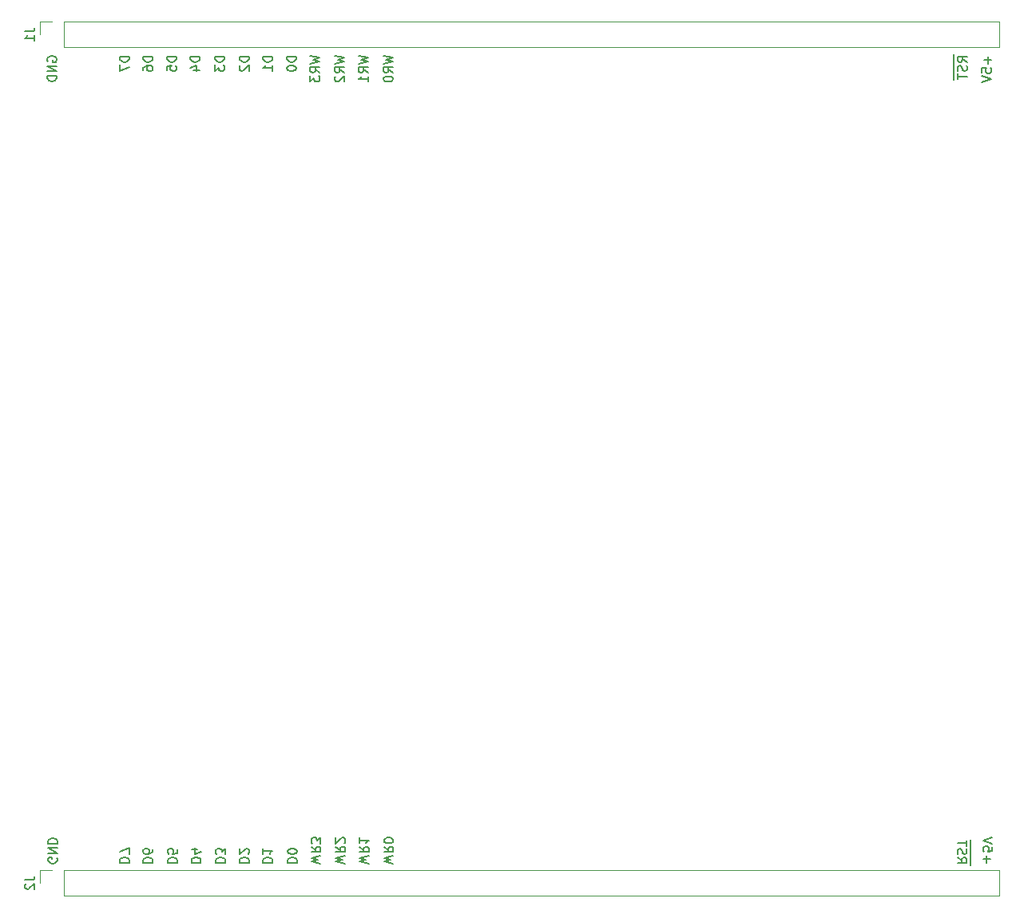
<source format=gbo>
G04 #@! TF.GenerationSoftware,KiCad,Pcbnew,(5.1.9)-1*
G04 #@! TF.CreationDate,2022-01-17T22:51:17-05:00*
G04 #@! TF.ProjectId,output-led,6f757470-7574-42d6-9c65-642e6b696361,1.1*
G04 #@! TF.SameCoordinates,Original*
G04 #@! TF.FileFunction,Legend,Bot*
G04 #@! TF.FilePolarity,Positive*
%FSLAX46Y46*%
G04 Gerber Fmt 4.6, Leading zero omitted, Abs format (unit mm)*
G04 Created by KiCad (PCBNEW (5.1.9)-1) date 2022-01-17 22:51:17*
%MOMM*%
%LPD*%
G01*
G04 APERTURE LIST*
%ADD10C,0.150000*%
%ADD11C,0.120000*%
%ADD12O,1.700000X1.700000*%
%ADD13R,1.700000X1.700000*%
%ADD14C,1.900000*%
%ADD15R,1.900000X1.900000*%
%ADD16O,1.600000X1.600000*%
%ADD17R,1.600000X1.600000*%
G04 APERTURE END LIST*
D10*
X97052380Y-48335595D02*
X96052380Y-48335595D01*
X96052380Y-48573690D01*
X96100000Y-48716547D01*
X96195238Y-48811785D01*
X96290476Y-48859404D01*
X96480952Y-48907023D01*
X96623809Y-48907023D01*
X96814285Y-48859404D01*
X96909523Y-48811785D01*
X97004761Y-48716547D01*
X97052380Y-48573690D01*
X97052380Y-48335595D01*
X96052380Y-49764166D02*
X96052380Y-49573690D01*
X96100000Y-49478452D01*
X96147619Y-49430833D01*
X96290476Y-49335595D01*
X96480952Y-49287976D01*
X96861904Y-49287976D01*
X96957142Y-49335595D01*
X97004761Y-49383214D01*
X97052380Y-49478452D01*
X97052380Y-49668928D01*
X97004761Y-49764166D01*
X96957142Y-49811785D01*
X96861904Y-49859404D01*
X96623809Y-49859404D01*
X96528571Y-49811785D01*
X96480952Y-49764166D01*
X96433333Y-49668928D01*
X96433333Y-49478452D01*
X96480952Y-49383214D01*
X96528571Y-49335595D01*
X96623809Y-49287976D01*
X116352380Y-48240357D02*
X117352380Y-48478452D01*
X116638095Y-48668928D01*
X117352380Y-48859404D01*
X116352380Y-49097500D01*
X117352380Y-50049880D02*
X116876190Y-49716547D01*
X117352380Y-49478452D02*
X116352380Y-49478452D01*
X116352380Y-49859404D01*
X116400000Y-49954642D01*
X116447619Y-50002261D01*
X116542857Y-50049880D01*
X116685714Y-50049880D01*
X116780952Y-50002261D01*
X116828571Y-49954642D01*
X116876190Y-49859404D01*
X116876190Y-49478452D01*
X116447619Y-50430833D02*
X116400000Y-50478452D01*
X116352380Y-50573690D01*
X116352380Y-50811785D01*
X116400000Y-50907023D01*
X116447619Y-50954642D01*
X116542857Y-51002261D01*
X116638095Y-51002261D01*
X116780952Y-50954642D01*
X117352380Y-50383214D01*
X117352380Y-51002261D01*
X94552380Y-48335595D02*
X93552380Y-48335595D01*
X93552380Y-48573690D01*
X93600000Y-48716547D01*
X93695238Y-48811785D01*
X93790476Y-48859404D01*
X93980952Y-48907023D01*
X94123809Y-48907023D01*
X94314285Y-48859404D01*
X94409523Y-48811785D01*
X94504761Y-48716547D01*
X94552380Y-48573690D01*
X94552380Y-48335595D01*
X93552380Y-49240357D02*
X93552380Y-49907023D01*
X94552380Y-49478452D01*
X112252380Y-48335595D02*
X111252380Y-48335595D01*
X111252380Y-48573690D01*
X111300000Y-48716547D01*
X111395238Y-48811785D01*
X111490476Y-48859404D01*
X111680952Y-48907023D01*
X111823809Y-48907023D01*
X112014285Y-48859404D01*
X112109523Y-48811785D01*
X112204761Y-48716547D01*
X112252380Y-48573690D01*
X112252380Y-48335595D01*
X111252380Y-49526071D02*
X111252380Y-49621309D01*
X111300000Y-49716547D01*
X111347619Y-49764166D01*
X111442857Y-49811785D01*
X111633333Y-49859404D01*
X111871428Y-49859404D01*
X112061904Y-49811785D01*
X112157142Y-49764166D01*
X112204761Y-49716547D01*
X112252380Y-49621309D01*
X112252380Y-49526071D01*
X112204761Y-49430833D01*
X112157142Y-49383214D01*
X112061904Y-49335595D01*
X111871428Y-49287976D01*
X111633333Y-49287976D01*
X111442857Y-49335595D01*
X111347619Y-49383214D01*
X111300000Y-49430833D01*
X111252380Y-49526071D01*
X113752380Y-48240357D02*
X114752380Y-48478452D01*
X114038095Y-48668928D01*
X114752380Y-48859404D01*
X113752380Y-49097500D01*
X114752380Y-50049880D02*
X114276190Y-49716547D01*
X114752380Y-49478452D02*
X113752380Y-49478452D01*
X113752380Y-49859404D01*
X113800000Y-49954642D01*
X113847619Y-50002261D01*
X113942857Y-50049880D01*
X114085714Y-50049880D01*
X114180952Y-50002261D01*
X114228571Y-49954642D01*
X114276190Y-49859404D01*
X114276190Y-49478452D01*
X113752380Y-50383214D02*
X113752380Y-51002261D01*
X114133333Y-50668928D01*
X114133333Y-50811785D01*
X114180952Y-50907023D01*
X114228571Y-50954642D01*
X114323809Y-51002261D01*
X114561904Y-51002261D01*
X114657142Y-50954642D01*
X114704761Y-50907023D01*
X114752380Y-50811785D01*
X114752380Y-50526071D01*
X114704761Y-50430833D01*
X114657142Y-50383214D01*
X104652380Y-48335595D02*
X103652380Y-48335595D01*
X103652380Y-48573690D01*
X103700000Y-48716547D01*
X103795238Y-48811785D01*
X103890476Y-48859404D01*
X104080952Y-48907023D01*
X104223809Y-48907023D01*
X104414285Y-48859404D01*
X104509523Y-48811785D01*
X104604761Y-48716547D01*
X104652380Y-48573690D01*
X104652380Y-48335595D01*
X103652380Y-49240357D02*
X103652380Y-49859404D01*
X104033333Y-49526071D01*
X104033333Y-49668928D01*
X104080952Y-49764166D01*
X104128571Y-49811785D01*
X104223809Y-49859404D01*
X104461904Y-49859404D01*
X104557142Y-49811785D01*
X104604761Y-49764166D01*
X104652380Y-49668928D01*
X104652380Y-49383214D01*
X104604761Y-49287976D01*
X104557142Y-49240357D01*
X107252380Y-48335595D02*
X106252380Y-48335595D01*
X106252380Y-48573690D01*
X106300000Y-48716547D01*
X106395238Y-48811785D01*
X106490476Y-48859404D01*
X106680952Y-48907023D01*
X106823809Y-48907023D01*
X107014285Y-48859404D01*
X107109523Y-48811785D01*
X107204761Y-48716547D01*
X107252380Y-48573690D01*
X107252380Y-48335595D01*
X106347619Y-49287976D02*
X106300000Y-49335595D01*
X106252380Y-49430833D01*
X106252380Y-49668928D01*
X106300000Y-49764166D01*
X106347619Y-49811785D01*
X106442857Y-49859404D01*
X106538095Y-49859404D01*
X106680952Y-49811785D01*
X107252380Y-49240357D01*
X107252380Y-49859404D01*
X102052380Y-48335595D02*
X101052380Y-48335595D01*
X101052380Y-48573690D01*
X101100000Y-48716547D01*
X101195238Y-48811785D01*
X101290476Y-48859404D01*
X101480952Y-48907023D01*
X101623809Y-48907023D01*
X101814285Y-48859404D01*
X101909523Y-48811785D01*
X102004761Y-48716547D01*
X102052380Y-48573690D01*
X102052380Y-48335595D01*
X101385714Y-49764166D02*
X102052380Y-49764166D01*
X101004761Y-49526071D02*
X101719047Y-49287976D01*
X101719047Y-49907023D01*
X118852380Y-48240357D02*
X119852380Y-48478452D01*
X119138095Y-48668928D01*
X119852380Y-48859404D01*
X118852380Y-49097500D01*
X119852380Y-50049880D02*
X119376190Y-49716547D01*
X119852380Y-49478452D02*
X118852380Y-49478452D01*
X118852380Y-49859404D01*
X118900000Y-49954642D01*
X118947619Y-50002261D01*
X119042857Y-50049880D01*
X119185714Y-50049880D01*
X119280952Y-50002261D01*
X119328571Y-49954642D01*
X119376190Y-49859404D01*
X119376190Y-49478452D01*
X119852380Y-51002261D02*
X119852380Y-50430833D01*
X119852380Y-50716547D02*
X118852380Y-50716547D01*
X118995238Y-50621309D01*
X119090476Y-50526071D01*
X119138095Y-50430833D01*
X121497618Y-48240357D02*
X122497618Y-48478452D01*
X121783333Y-48668928D01*
X122497618Y-48859404D01*
X121497618Y-49097500D01*
X122497618Y-50049880D02*
X122021428Y-49716547D01*
X122497618Y-49478452D02*
X121497618Y-49478452D01*
X121497618Y-49859404D01*
X121545238Y-49954642D01*
X121592857Y-50002261D01*
X121688095Y-50049880D01*
X121830952Y-50049880D01*
X121926190Y-50002261D01*
X121973809Y-49954642D01*
X122021428Y-49859404D01*
X122021428Y-49478452D01*
X121497618Y-50668928D02*
X121497618Y-50764166D01*
X121545238Y-50859404D01*
X121592857Y-50907023D01*
X121688095Y-50954642D01*
X121878571Y-51002261D01*
X122116666Y-51002261D01*
X122307142Y-50954642D01*
X122402380Y-50907023D01*
X122449999Y-50859404D01*
X122497618Y-50764166D01*
X122497618Y-50668928D01*
X122449999Y-50573690D01*
X122402380Y-50526071D01*
X122307142Y-50478452D01*
X122116666Y-50430833D01*
X121878571Y-50430833D01*
X121688095Y-50478452D01*
X121592857Y-50526071D01*
X121545238Y-50573690D01*
X121497618Y-50668928D01*
X85900000Y-48859404D02*
X85852380Y-48764166D01*
X85852380Y-48621309D01*
X85900000Y-48478452D01*
X85995238Y-48383214D01*
X86090476Y-48335595D01*
X86280952Y-48287976D01*
X86423809Y-48287976D01*
X86614285Y-48335595D01*
X86709523Y-48383214D01*
X86804761Y-48478452D01*
X86852380Y-48621309D01*
X86852380Y-48716547D01*
X86804761Y-48859404D01*
X86757142Y-48907023D01*
X86423809Y-48907023D01*
X86423809Y-48716547D01*
X86852380Y-49335595D02*
X85852380Y-49335595D01*
X86852380Y-49907023D01*
X85852380Y-49907023D01*
X86852380Y-50383214D02*
X85852380Y-50383214D01*
X85852380Y-50621309D01*
X85900000Y-50764166D01*
X85995238Y-50859404D01*
X86090476Y-50907023D01*
X86280952Y-50954642D01*
X86423809Y-50954642D01*
X86614285Y-50907023D01*
X86709523Y-50859404D01*
X86804761Y-50764166D01*
X86852380Y-50621309D01*
X86852380Y-50383214D01*
X109752380Y-48335595D02*
X108752380Y-48335595D01*
X108752380Y-48573690D01*
X108800000Y-48716547D01*
X108895238Y-48811785D01*
X108990476Y-48859404D01*
X109180952Y-48907023D01*
X109323809Y-48907023D01*
X109514285Y-48859404D01*
X109609523Y-48811785D01*
X109704761Y-48716547D01*
X109752380Y-48573690D01*
X109752380Y-48335595D01*
X109752380Y-49859404D02*
X109752380Y-49287976D01*
X109752380Y-49573690D02*
X108752380Y-49573690D01*
X108895238Y-49478452D01*
X108990476Y-49383214D01*
X109038095Y-49287976D01*
X99552380Y-48335595D02*
X98552380Y-48335595D01*
X98552380Y-48573690D01*
X98600000Y-48716547D01*
X98695238Y-48811785D01*
X98790476Y-48859404D01*
X98980952Y-48907023D01*
X99123809Y-48907023D01*
X99314285Y-48859404D01*
X99409523Y-48811785D01*
X99504761Y-48716547D01*
X99552380Y-48573690D01*
X99552380Y-48335595D01*
X98552380Y-49811785D02*
X98552380Y-49335595D01*
X99028571Y-49287976D01*
X98980952Y-49335595D01*
X98933333Y-49430833D01*
X98933333Y-49668928D01*
X98980952Y-49764166D01*
X99028571Y-49811785D01*
X99123809Y-49859404D01*
X99361904Y-49859404D01*
X99457142Y-49811785D01*
X99504761Y-49764166D01*
X99552380Y-49668928D01*
X99552380Y-49430833D01*
X99504761Y-49335595D01*
X99457142Y-49287976D01*
X181985000Y-48097500D02*
X181985000Y-49097500D01*
X183352380Y-48907023D02*
X182876190Y-48573690D01*
X183352380Y-48335595D02*
X182352380Y-48335595D01*
X182352380Y-48716547D01*
X182400000Y-48811785D01*
X182447619Y-48859404D01*
X182542857Y-48907023D01*
X182685714Y-48907023D01*
X182780952Y-48859404D01*
X182828571Y-48811785D01*
X182876190Y-48716547D01*
X182876190Y-48335595D01*
X181985000Y-49097500D02*
X181985000Y-50049880D01*
X183304761Y-49287976D02*
X183352380Y-49430833D01*
X183352380Y-49668928D01*
X183304761Y-49764166D01*
X183257142Y-49811785D01*
X183161904Y-49859404D01*
X183066666Y-49859404D01*
X182971428Y-49811785D01*
X182923809Y-49764166D01*
X182876190Y-49668928D01*
X182828571Y-49478452D01*
X182780952Y-49383214D01*
X182733333Y-49335595D01*
X182638095Y-49287976D01*
X182542857Y-49287976D01*
X182447619Y-49335595D01*
X182400000Y-49383214D01*
X182352380Y-49478452D01*
X182352380Y-49716547D01*
X182400000Y-49859404D01*
X181985000Y-50049880D02*
X181985000Y-50811785D01*
X182352380Y-50145119D02*
X182352380Y-50716547D01*
X183352380Y-50430833D02*
X182352380Y-50430833D01*
X185571428Y-48335595D02*
X185571428Y-49097500D01*
X185952380Y-48716547D02*
X185190476Y-48716547D01*
X184952380Y-50049880D02*
X184952380Y-49573690D01*
X185428571Y-49526071D01*
X185380952Y-49573690D01*
X185333333Y-49668928D01*
X185333333Y-49907023D01*
X185380952Y-50002261D01*
X185428571Y-50049880D01*
X185523809Y-50097500D01*
X185761904Y-50097500D01*
X185857142Y-50049880D01*
X185904761Y-50002261D01*
X185952380Y-49907023D01*
X185952380Y-49668928D01*
X185904761Y-49573690D01*
X185857142Y-49526071D01*
X184952380Y-50383214D02*
X185952380Y-50716547D01*
X184952380Y-51049880D01*
X86900000Y-133340595D02*
X86947619Y-133435833D01*
X86947619Y-133578690D01*
X86900000Y-133721547D01*
X86804761Y-133816785D01*
X86709523Y-133864404D01*
X86519047Y-133912023D01*
X86376190Y-133912023D01*
X86185714Y-133864404D01*
X86090476Y-133816785D01*
X85995238Y-133721547D01*
X85947619Y-133578690D01*
X85947619Y-133483452D01*
X85995238Y-133340595D01*
X86042857Y-133292976D01*
X86376190Y-133292976D01*
X86376190Y-133483452D01*
X85947619Y-132864404D02*
X86947619Y-132864404D01*
X85947619Y-132292976D01*
X86947619Y-132292976D01*
X85947619Y-131816785D02*
X86947619Y-131816785D01*
X86947619Y-131578690D01*
X86900000Y-131435833D01*
X86804761Y-131340595D01*
X86709523Y-131292976D01*
X86519047Y-131245357D01*
X86376190Y-131245357D01*
X86185714Y-131292976D01*
X86090476Y-131340595D01*
X85995238Y-131435833D01*
X85947619Y-131578690D01*
X85947619Y-131816785D01*
X185428571Y-133864404D02*
X185428571Y-133102500D01*
X185047619Y-133483452D02*
X185809523Y-133483452D01*
X186047619Y-132150119D02*
X186047619Y-132626309D01*
X185571428Y-132673928D01*
X185619047Y-132626309D01*
X185666666Y-132531071D01*
X185666666Y-132292976D01*
X185619047Y-132197738D01*
X185571428Y-132150119D01*
X185476190Y-132102500D01*
X185238095Y-132102500D01*
X185142857Y-132150119D01*
X185095238Y-132197738D01*
X185047619Y-132292976D01*
X185047619Y-132531071D01*
X185095238Y-132626309D01*
X185142857Y-132673928D01*
X186047619Y-131816785D02*
X185047619Y-131483452D01*
X186047619Y-131150119D01*
X114847619Y-133959642D02*
X113847619Y-133721547D01*
X114561904Y-133531071D01*
X113847619Y-133340595D01*
X114847619Y-133102500D01*
X113847619Y-132150119D02*
X114323809Y-132483452D01*
X113847619Y-132721547D02*
X114847619Y-132721547D01*
X114847619Y-132340595D01*
X114800000Y-132245357D01*
X114752380Y-132197738D01*
X114657142Y-132150119D01*
X114514285Y-132150119D01*
X114419047Y-132197738D01*
X114371428Y-132245357D01*
X114323809Y-132340595D01*
X114323809Y-132721547D01*
X114847619Y-131816785D02*
X114847619Y-131197738D01*
X114466666Y-131531071D01*
X114466666Y-131388214D01*
X114419047Y-131292976D01*
X114371428Y-131245357D01*
X114276190Y-131197738D01*
X114038095Y-131197738D01*
X113942857Y-131245357D01*
X113895238Y-131292976D01*
X113847619Y-131388214D01*
X113847619Y-131673928D01*
X113895238Y-131769166D01*
X113942857Y-131816785D01*
X93547619Y-133864404D02*
X94547619Y-133864404D01*
X94547619Y-133626309D01*
X94500000Y-133483452D01*
X94404761Y-133388214D01*
X94309523Y-133340595D01*
X94119047Y-133292976D01*
X93976190Y-133292976D01*
X93785714Y-133340595D01*
X93690476Y-133388214D01*
X93595238Y-133483452D01*
X93547619Y-133626309D01*
X93547619Y-133864404D01*
X94547619Y-132959642D02*
X94547619Y-132292976D01*
X93547619Y-132721547D01*
X106247619Y-133864404D02*
X107247619Y-133864404D01*
X107247619Y-133626309D01*
X107200000Y-133483452D01*
X107104761Y-133388214D01*
X107009523Y-133340595D01*
X106819047Y-133292976D01*
X106676190Y-133292976D01*
X106485714Y-133340595D01*
X106390476Y-133388214D01*
X106295238Y-133483452D01*
X106247619Y-133626309D01*
X106247619Y-133864404D01*
X107152380Y-132912023D02*
X107200000Y-132864404D01*
X107247619Y-132769166D01*
X107247619Y-132531071D01*
X107200000Y-132435833D01*
X107152380Y-132388214D01*
X107057142Y-132340595D01*
X106961904Y-132340595D01*
X106819047Y-132388214D01*
X106247619Y-132959642D01*
X106247619Y-132340595D01*
X98647619Y-133864404D02*
X99647619Y-133864404D01*
X99647619Y-133626309D01*
X99600000Y-133483452D01*
X99504761Y-133388214D01*
X99409523Y-133340595D01*
X99219047Y-133292976D01*
X99076190Y-133292976D01*
X98885714Y-133340595D01*
X98790476Y-133388214D01*
X98695238Y-133483452D01*
X98647619Y-133626309D01*
X98647619Y-133864404D01*
X99647619Y-132388214D02*
X99647619Y-132864404D01*
X99171428Y-132912023D01*
X99219047Y-132864404D01*
X99266666Y-132769166D01*
X99266666Y-132531071D01*
X99219047Y-132435833D01*
X99171428Y-132388214D01*
X99076190Y-132340595D01*
X98838095Y-132340595D01*
X98742857Y-132388214D01*
X98695238Y-132435833D01*
X98647619Y-132531071D01*
X98647619Y-132769166D01*
X98695238Y-132864404D01*
X98742857Y-132912023D01*
X183715000Y-134102500D02*
X183715000Y-133102500D01*
X182347619Y-133292976D02*
X182823809Y-133626309D01*
X182347619Y-133864404D02*
X183347619Y-133864404D01*
X183347619Y-133483452D01*
X183300000Y-133388214D01*
X183252380Y-133340595D01*
X183157142Y-133292976D01*
X183014285Y-133292976D01*
X182919047Y-133340595D01*
X182871428Y-133388214D01*
X182823809Y-133483452D01*
X182823809Y-133864404D01*
X183715000Y-133102500D02*
X183715000Y-132150119D01*
X182395238Y-132912023D02*
X182347619Y-132769166D01*
X182347619Y-132531071D01*
X182395238Y-132435833D01*
X182442857Y-132388214D01*
X182538095Y-132340595D01*
X182633333Y-132340595D01*
X182728571Y-132388214D01*
X182776190Y-132435833D01*
X182823809Y-132531071D01*
X182871428Y-132721547D01*
X182919047Y-132816785D01*
X182966666Y-132864404D01*
X183061904Y-132912023D01*
X183157142Y-132912023D01*
X183252380Y-132864404D01*
X183300000Y-132816785D01*
X183347619Y-132721547D01*
X183347619Y-132483452D01*
X183300000Y-132340595D01*
X183715000Y-132150119D02*
X183715000Y-131388214D01*
X183347619Y-132054880D02*
X183347619Y-131483452D01*
X182347619Y-131769166D02*
X183347619Y-131769166D01*
X122547619Y-133959642D02*
X121547619Y-133721547D01*
X122261904Y-133531071D01*
X121547619Y-133340595D01*
X122547619Y-133102500D01*
X121547619Y-132150119D02*
X122023809Y-132483452D01*
X121547619Y-132721547D02*
X122547619Y-132721547D01*
X122547619Y-132340595D01*
X122500000Y-132245357D01*
X122452380Y-132197738D01*
X122357142Y-132150119D01*
X122214285Y-132150119D01*
X122119047Y-132197738D01*
X122071428Y-132245357D01*
X122023809Y-132340595D01*
X122023809Y-132721547D01*
X122547619Y-131531071D02*
X122547619Y-131435833D01*
X122500000Y-131340595D01*
X122452380Y-131292976D01*
X122357142Y-131245357D01*
X122166666Y-131197738D01*
X121928571Y-131197738D01*
X121738095Y-131245357D01*
X121642857Y-131292976D01*
X121595238Y-131340595D01*
X121547619Y-131435833D01*
X121547619Y-131531071D01*
X121595238Y-131626309D01*
X121642857Y-131673928D01*
X121738095Y-131721547D01*
X121928571Y-131769166D01*
X122166666Y-131769166D01*
X122357142Y-131721547D01*
X122452380Y-131673928D01*
X122500000Y-131626309D01*
X122547619Y-131531071D01*
X108747619Y-133864404D02*
X109747619Y-133864404D01*
X109747619Y-133626309D01*
X109700000Y-133483452D01*
X109604761Y-133388214D01*
X109509523Y-133340595D01*
X109319047Y-133292976D01*
X109176190Y-133292976D01*
X108985714Y-133340595D01*
X108890476Y-133388214D01*
X108795238Y-133483452D01*
X108747619Y-133626309D01*
X108747619Y-133864404D01*
X108747619Y-132340595D02*
X108747619Y-132912023D01*
X108747619Y-132626309D02*
X109747619Y-132626309D01*
X109604761Y-132721547D01*
X109509523Y-132816785D01*
X109461904Y-132912023D01*
X119947619Y-133959642D02*
X118947619Y-133721547D01*
X119661904Y-133531071D01*
X118947619Y-133340595D01*
X119947619Y-133102500D01*
X118947619Y-132150119D02*
X119423809Y-132483452D01*
X118947619Y-132721547D02*
X119947619Y-132721547D01*
X119947619Y-132340595D01*
X119900000Y-132245357D01*
X119852380Y-132197738D01*
X119757142Y-132150119D01*
X119614285Y-132150119D01*
X119519047Y-132197738D01*
X119471428Y-132245357D01*
X119423809Y-132340595D01*
X119423809Y-132721547D01*
X118947619Y-131197738D02*
X118947619Y-131769166D01*
X118947619Y-131483452D02*
X119947619Y-131483452D01*
X119804761Y-131578690D01*
X119709523Y-131673928D01*
X119661904Y-131769166D01*
X96047619Y-133864404D02*
X97047619Y-133864404D01*
X97047619Y-133626309D01*
X97000000Y-133483452D01*
X96904761Y-133388214D01*
X96809523Y-133340595D01*
X96619047Y-133292976D01*
X96476190Y-133292976D01*
X96285714Y-133340595D01*
X96190476Y-133388214D01*
X96095238Y-133483452D01*
X96047619Y-133626309D01*
X96047619Y-133864404D01*
X97047619Y-132435833D02*
X97047619Y-132626309D01*
X97000000Y-132721547D01*
X96952380Y-132769166D01*
X96809523Y-132864404D01*
X96619047Y-132912023D01*
X96238095Y-132912023D01*
X96142857Y-132864404D01*
X96095238Y-132816785D01*
X96047619Y-132721547D01*
X96047619Y-132531071D01*
X96095238Y-132435833D01*
X96142857Y-132388214D01*
X96238095Y-132340595D01*
X96476190Y-132340595D01*
X96571428Y-132388214D01*
X96619047Y-132435833D01*
X96666666Y-132531071D01*
X96666666Y-132721547D01*
X96619047Y-132816785D01*
X96571428Y-132864404D01*
X96476190Y-132912023D01*
X117447619Y-133959642D02*
X116447619Y-133721547D01*
X117161904Y-133531071D01*
X116447619Y-133340595D01*
X117447619Y-133102500D01*
X116447619Y-132150119D02*
X116923809Y-132483452D01*
X116447619Y-132721547D02*
X117447619Y-132721547D01*
X117447619Y-132340595D01*
X117400000Y-132245357D01*
X117352380Y-132197738D01*
X117257142Y-132150119D01*
X117114285Y-132150119D01*
X117019047Y-132197738D01*
X116971428Y-132245357D01*
X116923809Y-132340595D01*
X116923809Y-132721547D01*
X117352380Y-131769166D02*
X117400000Y-131721547D01*
X117447619Y-131626309D01*
X117447619Y-131388214D01*
X117400000Y-131292976D01*
X117352380Y-131245357D01*
X117257142Y-131197738D01*
X117161904Y-131197738D01*
X117019047Y-131245357D01*
X116447619Y-131816785D01*
X116447619Y-131197738D01*
X111347619Y-133864404D02*
X112347619Y-133864404D01*
X112347619Y-133626309D01*
X112300000Y-133483452D01*
X112204761Y-133388214D01*
X112109523Y-133340595D01*
X111919047Y-133292976D01*
X111776190Y-133292976D01*
X111585714Y-133340595D01*
X111490476Y-133388214D01*
X111395238Y-133483452D01*
X111347619Y-133626309D01*
X111347619Y-133864404D01*
X112347619Y-132673928D02*
X112347619Y-132578690D01*
X112300000Y-132483452D01*
X112252380Y-132435833D01*
X112157142Y-132388214D01*
X111966666Y-132340595D01*
X111728571Y-132340595D01*
X111538095Y-132388214D01*
X111442857Y-132435833D01*
X111395238Y-132483452D01*
X111347619Y-132578690D01*
X111347619Y-132673928D01*
X111395238Y-132769166D01*
X111442857Y-132816785D01*
X111538095Y-132864404D01*
X111728571Y-132912023D01*
X111966666Y-132912023D01*
X112157142Y-132864404D01*
X112252380Y-132816785D01*
X112300000Y-132769166D01*
X112347619Y-132673928D01*
X101147619Y-133864404D02*
X102147619Y-133864404D01*
X102147619Y-133626309D01*
X102100000Y-133483452D01*
X102004761Y-133388214D01*
X101909523Y-133340595D01*
X101719047Y-133292976D01*
X101576190Y-133292976D01*
X101385714Y-133340595D01*
X101290476Y-133388214D01*
X101195238Y-133483452D01*
X101147619Y-133626309D01*
X101147619Y-133864404D01*
X101814285Y-132435833D02*
X101147619Y-132435833D01*
X102195238Y-132673928D02*
X101480952Y-132912023D01*
X101480952Y-132292976D01*
X103747619Y-133864404D02*
X104747619Y-133864404D01*
X104747619Y-133626309D01*
X104700000Y-133483452D01*
X104604761Y-133388214D01*
X104509523Y-133340595D01*
X104319047Y-133292976D01*
X104176190Y-133292976D01*
X103985714Y-133340595D01*
X103890476Y-133388214D01*
X103795238Y-133483452D01*
X103747619Y-133626309D01*
X103747619Y-133864404D01*
X104747619Y-132959642D02*
X104747619Y-132340595D01*
X104366666Y-132673928D01*
X104366666Y-132531071D01*
X104319047Y-132435833D01*
X104271428Y-132388214D01*
X104176190Y-132340595D01*
X103938095Y-132340595D01*
X103842857Y-132388214D01*
X103795238Y-132435833D01*
X103747619Y-132531071D01*
X103747619Y-132816785D01*
X103795238Y-132912023D01*
X103842857Y-132959642D01*
D11*
X85070000Y-134670000D02*
X85070000Y-136000000D01*
X86400000Y-134670000D02*
X85070000Y-134670000D01*
X87670000Y-134670000D02*
X87670000Y-137330000D01*
X87670000Y-137330000D02*
X186790000Y-137330000D01*
X87670000Y-134670000D02*
X186790000Y-134670000D01*
X186790000Y-134670000D02*
X186790000Y-137330000D01*
X85070000Y-44670000D02*
X85070000Y-46000000D01*
X86400000Y-44670000D02*
X85070000Y-44670000D01*
X87670000Y-44670000D02*
X87670000Y-47330000D01*
X87670000Y-47330000D02*
X186790000Y-47330000D01*
X87670000Y-44670000D02*
X186790000Y-44670000D01*
X186790000Y-44670000D02*
X186790000Y-47330000D01*
D10*
X83522380Y-135666666D02*
X84236666Y-135666666D01*
X84379523Y-135619047D01*
X84474761Y-135523809D01*
X84522380Y-135380952D01*
X84522380Y-135285714D01*
X83617619Y-136095238D02*
X83570000Y-136142857D01*
X83522380Y-136238095D01*
X83522380Y-136476190D01*
X83570000Y-136571428D01*
X83617619Y-136619047D01*
X83712857Y-136666666D01*
X83808095Y-136666666D01*
X83950952Y-136619047D01*
X84522380Y-136047619D01*
X84522380Y-136666666D01*
X83522380Y-45666666D02*
X84236666Y-45666666D01*
X84379523Y-45619047D01*
X84474761Y-45523809D01*
X84522380Y-45380952D01*
X84522380Y-45285714D01*
X84522380Y-46666666D02*
X84522380Y-46095238D01*
X84522380Y-46380952D02*
X83522380Y-46380952D01*
X83665238Y-46285714D01*
X83760476Y-46190476D01*
X83808095Y-46095238D01*
%LPC*%
D12*
X146500000Y-98740000D03*
D13*
X146500000Y-96200000D03*
D12*
X93200000Y-98740000D03*
D13*
X93200000Y-96200000D03*
D14*
X165200000Y-103900000D03*
X165200000Y-101400000D03*
D15*
X165200000Y-98900000D03*
D14*
X173300000Y-103900000D03*
X173300000Y-101400000D03*
D15*
X173300000Y-98900000D03*
D16*
X168400000Y-69420000D03*
X150620000Y-61800000D03*
X165860000Y-69420000D03*
X153160000Y-61800000D03*
X163320000Y-69420000D03*
X155700000Y-61800000D03*
X160780000Y-69420000D03*
X158240000Y-61800000D03*
X158240000Y-69420000D03*
X160780000Y-61800000D03*
X155700000Y-69420000D03*
X163320000Y-61800000D03*
X153160000Y-69420000D03*
X165860000Y-61800000D03*
X150620000Y-69420000D03*
D17*
X168400000Y-61800000D03*
D16*
X96300000Y-61780000D03*
X129320000Y-69400000D03*
X98840000Y-61780000D03*
X126780000Y-69400000D03*
X101380000Y-61780000D03*
X124240000Y-69400000D03*
X103920000Y-61780000D03*
X121700000Y-69400000D03*
X106460000Y-61780000D03*
X119160000Y-69400000D03*
X109000000Y-61780000D03*
X116620000Y-69400000D03*
X111540000Y-61780000D03*
X114080000Y-69400000D03*
X114080000Y-61780000D03*
X111540000Y-69400000D03*
X116620000Y-61780000D03*
X109000000Y-69400000D03*
X119160000Y-61780000D03*
X106460000Y-69400000D03*
X121700000Y-61780000D03*
X103920000Y-69400000D03*
X124240000Y-61780000D03*
X101380000Y-69400000D03*
X126780000Y-61780000D03*
X98840000Y-69400000D03*
X129320000Y-61780000D03*
D17*
X96300000Y-69400000D03*
D12*
X133800000Y-119100000D03*
X131260000Y-119100000D03*
X128720000Y-119100000D03*
X126180000Y-119100000D03*
X123640000Y-119100000D03*
X121100000Y-119100000D03*
X118560000Y-119100000D03*
X116020000Y-119100000D03*
X113480000Y-119100000D03*
X110940000Y-119100000D03*
X108400000Y-119100000D03*
D13*
X105860000Y-119100000D03*
D12*
X95840000Y-83280000D03*
X93300000Y-83280000D03*
X95840000Y-80740000D03*
X93300000Y-80740000D03*
X95840000Y-78200000D03*
D13*
X93300000Y-78200000D03*
D12*
X185460000Y-136000000D03*
X182920000Y-136000000D03*
X180380000Y-136000000D03*
X177840000Y-136000000D03*
X175300000Y-136000000D03*
X172760000Y-136000000D03*
X170220000Y-136000000D03*
X167680000Y-136000000D03*
X165140000Y-136000000D03*
X162600000Y-136000000D03*
X160060000Y-136000000D03*
X157520000Y-136000000D03*
X154980000Y-136000000D03*
X152440000Y-136000000D03*
X149900000Y-136000000D03*
X147360000Y-136000000D03*
X144820000Y-136000000D03*
X142280000Y-136000000D03*
X139740000Y-136000000D03*
X137200000Y-136000000D03*
X134660000Y-136000000D03*
X132120000Y-136000000D03*
X129580000Y-136000000D03*
X127040000Y-136000000D03*
X124500000Y-136000000D03*
X121960000Y-136000000D03*
X119420000Y-136000000D03*
X116880000Y-136000000D03*
X114340000Y-136000000D03*
X111800000Y-136000000D03*
X109260000Y-136000000D03*
X106720000Y-136000000D03*
X104180000Y-136000000D03*
X101640000Y-136000000D03*
X99100000Y-136000000D03*
X96560000Y-136000000D03*
X94020000Y-136000000D03*
X91480000Y-136000000D03*
X88940000Y-136000000D03*
D13*
X86400000Y-136000000D03*
D12*
X185460000Y-46000000D03*
X182920000Y-46000000D03*
X180380000Y-46000000D03*
X177840000Y-46000000D03*
X175300000Y-46000000D03*
X172760000Y-46000000D03*
X170220000Y-46000000D03*
X167680000Y-46000000D03*
X165140000Y-46000000D03*
X162600000Y-46000000D03*
X160060000Y-46000000D03*
X157520000Y-46000000D03*
X154980000Y-46000000D03*
X152440000Y-46000000D03*
X149900000Y-46000000D03*
X147360000Y-46000000D03*
X144820000Y-46000000D03*
X142280000Y-46000000D03*
X139740000Y-46000000D03*
X137200000Y-46000000D03*
X134660000Y-46000000D03*
X132120000Y-46000000D03*
X129580000Y-46000000D03*
X127040000Y-46000000D03*
X124500000Y-46000000D03*
X121960000Y-46000000D03*
X119420000Y-46000000D03*
X116880000Y-46000000D03*
X114340000Y-46000000D03*
X111800000Y-46000000D03*
X109260000Y-46000000D03*
X106720000Y-46000000D03*
X104180000Y-46000000D03*
X101640000Y-46000000D03*
X99100000Y-46000000D03*
X96560000Y-46000000D03*
X94020000Y-46000000D03*
X91480000Y-46000000D03*
X88940000Y-46000000D03*
D13*
X86400000Y-46000000D03*
M02*

</source>
